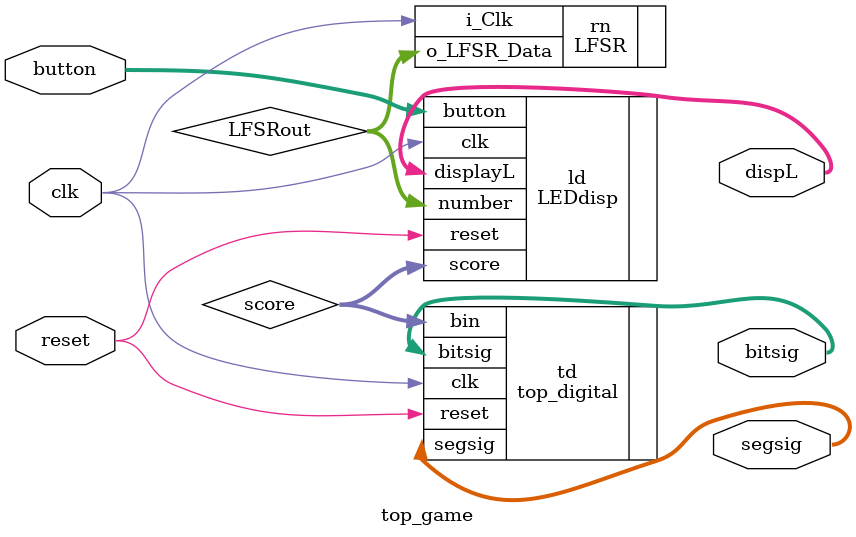
<source format=v>
module top_game(clk,reset,dispL,button,segsig,bitsig);
input clk;
input reset;
//input i_Enable;
output [3:0] dispL;
wire [5:0] score;
output [7:0] segsig;
output [5:0] bitsig;
wire [2:0] LFSRout;
wire new_clk;
//output start;
input [3:0] button;

LFSR rn(
	.i_Clk(clk),
	//.i_Enable(i_Enable),
	.o_LFSR_Data(LFSRout)
	);


LEDdisp ld(
	.number(LFSRout),
	.displayL(dispL),
	.reset(reset),
	.clk(clk),
	.button(button),
	.score(score)
	);
top_digital td(
		.clk(clk),
		.reset(reset),
		.bin(score),
		.segsig(segsig),
		.bitsig(bitsig)
	);

endmodule



</source>
